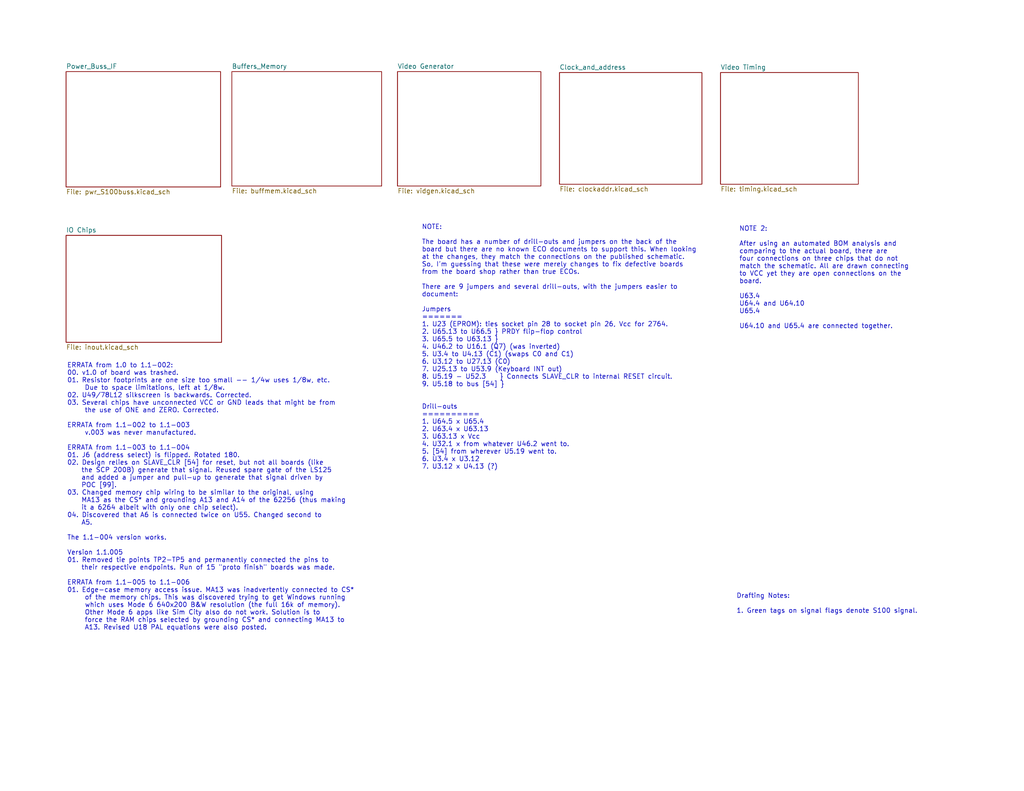
<source format=kicad_sch>
(kicad_sch (version 20211123) (generator eeschema)
  (paper "USLetter")
  (title_block (title "Lomas Color Magic Redux") (date "2025-02-27") (rev "1.1-006") (company "Lomas Data Produtcs") (comment 1 "Redraw/modifications (c) Richard A. Cini"))
  (lib_symbols)
  (text "NOTE:\n\nThe board has a number of drill-outs and jumpers on the back of the\nboard but there are no known ECO documents to support this. When looking\nat the changes, they match the connections on the published schematic.\nSo, I'm guessing that these were merely changes to fix defective boards\nfrom the board shop rather than true ECOs.\n\nThere are 9 jumpers and several drill-outs, with the jumpers easier to\ndocument:\n\nJumpers\n=======\n1. U23 (EPROM): ties socket pin 28 to socket pin 26, Vcc for 2764.\n2. U65.13 to U66.5 } PRDY flip-flop control\n3. U65.5 to U63.13 }\n4. U46.2 to U16.1 (Q7) (was inverted)\n5. U3.4 to U4.13 (C1) (swaps C0 and C1)\n6. U3.12 to U27.13 (C0)\n7. U25.13 to U53.9 (Keyboard INT out)\n8. U5.19 - U52.3    } Connects SLAVE_CLR to internal RESET circuit.\n9. U5.18 to bus [54] }\n\n\nDrill-outs\n==========\n1. U64.5 x U65.4\n2. U63.4 x U63.13\n3. U63.13 x Vcc\n4. U32.1 x from whatever U46.2 went to.\n5. [54] from wherever U5.19 went to.\n6. U3.4 x U3.12\n7. U3.12 x U4.13 (?)\n" (at 115.062 128.27 0) (effects (font (size 1.27 1.27)) (justify left bottom)))
  (text "NOTE 2:\n\nAfter using an automated BOM analysis and\ncomparing to the actual board, there are \nfour connections on three chips that do not\nmatch the schematic. All are drawn connecting\nto VCC yet they are open connections on the\nboard.\n\nU63.4\nU64.4 and U64.10\nU65.4\n\nU64.10 and U65.4 are connected together.\n\n" (at 201.676 91.948 0) (effects (font (size 1.27 1.27)) (justify left bottom)))
  (text "ERRATA from 1.0 to 1.1-002:\n00. v1.0 of board was trashed.\n01. Resistor footprints are one size too small -- 1/4w uses 1/8w, etc. \n	Due to space limitations, left at 1/8w.\n02. U49/78L12 silkscreen is backwards. Corrected.\n03. Several chips have unconnected VCC or GND leads that might be from\n	the use of ONE and ZERO. Corrected.\n\nERRATA from 1.1-002 to 1.1-003\n	v.003 was never manufactured.\n\nERRATA from 1.1-003 to 1.1-004\n01. J6 (address select) is flipped. Rotated 180.\n02. Design relies on SLAVE_CLR [54] for reset, but not all boards (like\n    the SCP 200B) generate that signal. Reused spare gate of the LS125\n    and added a jumper and pull-up to generate that signal driven by\n    POC [99].\n03. Changed memory chip wiring to be similar to the original, using\n    MA13 as the CS* and grounding A13 and A14 of the 62256 (thus making\n    it a 6264 albeit with only one chip select).\n04. Discovered that A6 is connected twice on U55. Changed second to\n    A5.\n\nThe 1.1-004 version works.\n\nVersion 1.1.005\n01. Removed tie points TP2-TP5 and permanently connected the pins to\n    their respective endpoints. Run of 15 \"proto finish\" boards was made.\n\nERRATA from 1.1-005 to 1.1-006\n01. Edge-case memory access issue. MA13 was inadvertently connected to CS*\n	of the memory chips. This was discovered trying to get Windows running\n     which uses Mode 6 640x200 B&W resolution (the full 16k of memory). \n	Other Mode 6 apps like Sim City also do not work. Solution is to \n	force the RAM chips selected by grounding CS* and connecting MA13 to\n	A13. Revised U18 PAL equations were also posted.\n\n\n" (at 18.288 176.276 0) (effects (font (size 1.27 1.27)) (justify left bottom)))
  (text "Drafting Notes:\n\n1. Green tags on signal flags denote S100 signal." (at 200.914 167.64 0) (effects (font (size 1.27 1.27)) (justify left bottom)))
  (sheet (at 63.246 19.558) (size 40.894 31.242) (stroke (width 0.1524))
    (property "Sheet name" "Buffers_Memory" (at 63.246 18.8464 0) (effects (justify left bottom)))
    (property "Sheet file" "buffmem.kicad_sch" (at 63.246 51.3846 0) (effects (justify left top)))
  )
  (sheet (at 18.034 64.262) (size 42.418 29.21) (stroke (width 0.1524))
    (property "Sheet name" "IO Chips" (at 18.034 63.5504 0) (effects (justify left bottom)))
    (property "Sheet file" "inout.kicad_sch" (at 18.034 94.0566 0) (effects (justify left top)))
  )
  (sheet (at 18.034 19.558) (size 42.164 31.496) (stroke (width 0.1524))
    (property "Sheet name" "Power_Buss_IF" (at 18.034 18.8464 0) (effects (justify left bottom)))
    (property "Sheet file" "pwr_S100buss.kicad_sch" (at 18.034 51.6386 0) (effects (justify left top)))
  )
  (sheet (at 152.654 19.812) (size 38.862 30.48) (stroke (width 0.1524))
    (property "Sheet name" "Clock_and_address" (at 152.654 19.1004 0) (effects (justify left bottom)))
    (property "Sheet file" "clockaddr.kicad_sch" (at 152.654 50.8766 0) (effects (justify left top)))
  )
  (sheet (at 108.458 19.558) (size 39.116 31.242) (stroke (width 0.1524))
    (property "Sheet name" "Video Generator" (at 108.458 18.8464 0) (effects (justify left bottom)))
    (property "Sheet file" "vidgen.kicad_sch" (at 108.458 51.3846 0) (effects (justify left top)))
  )
  (sheet (at 196.596 19.812) (size 37.592 30.48) (stroke (width 0.1524))
    (property "Sheet name" "Video Timing" (at 196.596 19.1004 0) (effects (justify left bottom)))
    (property "Sheet file" "timing.kicad_sch" (at 196.596 50.8766 0) (effects (justify left top)))
  )
)
</source>
